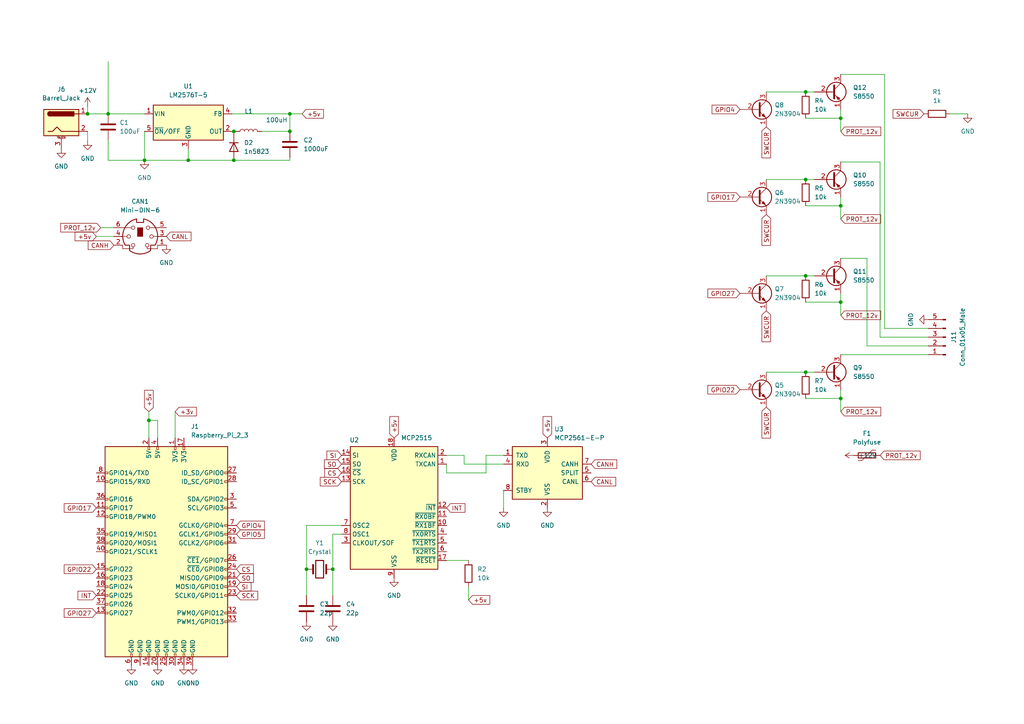
<source format=kicad_sch>
(kicad_sch (version 20211123) (generator eeschema)
  (paper "A4")
  (lib_symbols
    (symbol "Connector:Barrel_Jack_MountingPin" (pin_names hide)
      (property "Reference" "J6" (at 0 9.652 0))
      (property "Value" "Barrel_Jack" (at 0 7.112 0))
      (symbol "Barrel_Jack_MountingPin_0_1"
        (rectangle (start -5.08 3.81) (end 5.08 -3.81) (stroke (width 0.254)) (fill (type background)))
        (arc (start -3.302 3.175) (mid -3.937 2.54) (end -3.302 1.905) (stroke (width 0.254)))
        (arc (start -3.302 3.175) (mid -3.937 2.54) (end -3.302 1.905) (stroke (width 0.254)) (fill (type outline)))
        (polyline (pts (xy 5.08 2.54) (xy 3.81 2.54)) (stroke (width 0.254)))
        (polyline (pts (xy -3.81 -2.54) (xy -2.54 -2.54) (xy -1.27 -1.27) (xy 0 -2.54) (xy 2.54 -2.54) (xy 5.08 -2.54)) (stroke (width 0.254)))
        (rectangle (start 3.683 3.175) (end -3.302 1.905) (stroke (width 0.254)) (fill (type outline)))
      )
      (symbol "Barrel_Jack_MountingPin_1_1"
        (polyline (pts (xy -1.016 -4.572) (xy 1.016 -4.572)) (stroke (width 0.1524)))
        (text "Mounting" (at 0 -4.191 0) (effects (font (size 0.381 0.381))))
        (pin passive line (at 7.62 2.54 180) (length 2.54) (name "~") (number "1"))
        (pin passive line (at 7.62 -2.54 180) (length 2.54) (name "~") (number "2"))
        (pin passive line (at 0 -7.62 90) (length 3.048) (name "MountPin") (number "3"))
      )
    )
    (symbol "Connector:Conn_01x05_Male" (pin_names (offset 1.016) hide)
      (property "Reference" "J" (at 0 7.62 0))
      (property "Value" "Conn_01x05_Male" (at 0 -7.62 0))
      (symbol "Conn_01x05_Male_1_1"
        (polyline (pts (xy 1.27 -5.08) (xy 0.8636 -5.08)) (stroke (width 0.1524)))
        (polyline (pts (xy 1.27 -2.54) (xy 0.8636 -2.54)) (stroke (width 0.1524)))
        (polyline (pts (xy 1.27 0) (xy 0.8636 0)) (stroke (width 0.1524)))
        (polyline (pts (xy 1.27 2.54) (xy 0.8636 2.54)) (stroke (width 0.1524)))
        (polyline (pts (xy 1.27 5.08) (xy 0.8636 5.08)) (stroke (width 0.1524)))
        (rectangle (start 0.8636 -4.953) (end 0 -5.207) (stroke (width 0.1524)) (fill (type outline)))
        (rectangle (start 0.8636 -2.413) (end 0 -2.667) (stroke (width 0.1524)) (fill (type outline)))
        (rectangle (start 0.8636 0.127) (end 0 -0.127) (stroke (width 0.1524)) (fill (type outline)))
        (rectangle (start 0.8636 2.667) (end 0 2.413) (stroke (width 0.1524)) (fill (type outline)))
        (rectangle (start 0.8636 5.207) (end 0 4.953) (stroke (width 0.1524)) (fill (type outline)))
        (pin passive line (at 5.08 5.08 180) (length 3.81) (name "Pin_1") (number "1"))
        (pin passive line (at 5.08 2.54 180) (length 3.81) (name "Pin_2") (number "2"))
        (pin passive line (at 5.08 0 180) (length 3.81) (name "Pin_3") (number "3"))
        (pin passive line (at 5.08 -2.54 180) (length 3.81) (name "Pin_4") (number "4"))
        (pin passive line (at 5.08 -5.08 180) (length 3.81) (name "Pin_5") (number "5"))
      )
    )
    (symbol "Connector:Mini-DIN-6" (pin_names (offset 1.016))
      (property "Reference" "J" (at 0 6.35 0))
      (property "Value" "Mini-DIN-6" (at 0 -6.35 0))
      (symbol "Mini-DIN-6_0_1"
        (circle (center -3.302 0) (radius 0.508))
        (arc (start -3.048 -4.064) (mid 0 -5.08) (end 3.048 -4.064) (stroke (width 0.254)))
        (circle (center -2.032 -2.54) (radius 0.508))
        (circle (center -2.032 2.54) (radius 0.508))
        (arc (start -1.016 5.08) (mid -4.6243 2.1182) (end -4.318 -2.54) (stroke (width 0.254)))
        (rectangle (start -0.762 2.54) (end 0.762 0) (fill (type outline)))
        (polyline (pts (xy -3.81 0) (xy -5.08 0)))
        (polyline (pts (xy -2.54 2.54) (xy -5.08 2.54)))
        (polyline (pts (xy 2.794 2.54) (xy 5.08 2.54)))
        (polyline (pts (xy 5.08 0) (xy 3.81 0)))
        (polyline (pts (xy -4.318 -2.54) (xy -3.048 -2.54) (xy -3.048 -4.064)) (stroke (width 0.254)))
        (polyline (pts (xy 4.318 -2.54) (xy 3.048 -2.54) (xy 3.048 -4.064)) (stroke (width 0.254)))
        (polyline (pts (xy -2.032 -3.048) (xy -2.032 -3.556) (xy -5.08 -3.556) (xy -5.08 -2.54)))
        (polyline (pts (xy -1.016 5.08) (xy -1.016 4.064) (xy 1.016 4.064) (xy 1.016 5.08)) (stroke (width 0.254)))
        (polyline (pts (xy 2.032 -3.048) (xy 2.032 -3.556) (xy 5.08 -3.556) (xy 5.08 -2.54)))
        (circle (center 2.032 -2.54) (radius 0.508))
        (circle (center 2.286 2.54) (radius 0.508))
        (circle (center 3.302 0) (radius 0.508))
        (arc (start 4.318 -2.54) (mid 4.6646 2.1357) (end 1.016 5.08) (stroke (width 0.254)))
      )
      (symbol "Mini-DIN-6_1_1"
        (pin passive line (at 7.62 -2.54 180) (length 2.54) (name "~") (number "1"))
        (pin passive line (at -7.62 -2.54 0) (length 2.54) (name "~") (number "2"))
        (pin passive line (at 7.62 0 180) (length 2.54) (name "~") (number "3"))
        (pin passive line (at -7.62 0 0) (length 2.54) (name "~") (number "4"))
        (pin passive line (at 7.62 2.54 180) (length 2.54) (name "~") (number "5"))
        (pin passive line (at -7.62 2.54 0) (length 2.54) (name "~") (number "6"))
      )
    )
    (symbol "Connector:Raspberry_Pi_2_3" (pin_names (offset 1.016))
      (property "Reference" "J" (at -17.78 31.75 0))
      (property "Value" "Raspberry_Pi_2_3" (at 10.16 -31.75 0))
      (symbol "Raspberry_Pi_2_3_0_1"
        (rectangle (start -17.78 30.48) (end 17.78 -30.48) (stroke (width 0.254)) (fill (type background)))
      )
      (symbol "Raspberry_Pi_2_3_1_1"
        (rectangle (start -16.891 -17.526) (end -17.78 -18.034))
        (rectangle (start -16.891 -14.986) (end -17.78 -15.494))
        (rectangle (start -16.891 -12.446) (end -17.78 -12.954))
        (rectangle (start -16.891 -9.906) (end -17.78 -10.414))
        (rectangle (start -16.891 -7.366) (end -17.78 -7.874))
        (rectangle (start -16.891 -4.826) (end -17.78 -5.334))
        (rectangle (start -16.891 0.254) (end -17.78 -0.254))
        (rectangle (start -16.891 2.794) (end -17.78 2.286))
        (rectangle (start -16.891 5.334) (end -17.78 4.826))
        (rectangle (start -16.891 10.414) (end -17.78 9.906))
        (rectangle (start -16.891 12.954) (end -17.78 12.446))
        (rectangle (start -16.891 15.494) (end -17.78 14.986))
        (rectangle (start -16.891 20.574) (end -17.78 20.066))
        (rectangle (start -16.891 23.114) (end -17.78 22.606))
        (rectangle (start -10.414 -29.591) (end -9.906 -30.48))
        (rectangle (start -7.874 -29.591) (end -7.366 -30.48))
        (rectangle (start -5.334 -29.591) (end -4.826 -30.48))
        (rectangle (start -5.334 30.48) (end -4.826 29.591))
        (rectangle (start -2.794 -29.591) (end -2.286 -30.48))
        (rectangle (start -2.794 30.48) (end -2.286 29.591))
        (rectangle (start -0.254 -29.591) (end 0.254 -30.48))
        (rectangle (start 2.286 -29.591) (end 2.794 -30.48))
        (rectangle (start 2.286 30.48) (end 2.794 29.591))
        (rectangle (start 4.826 -29.591) (end 5.334 -30.48))
        (rectangle (start 4.826 30.48) (end 5.334 29.591))
        (rectangle (start 7.366 -29.591) (end 7.874 -30.48))
        (rectangle (start 17.78 -20.066) (end 16.891 -20.574))
        (rectangle (start 17.78 -17.526) (end 16.891 -18.034))
        (rectangle (start 17.78 -12.446) (end 16.891 -12.954))
        (rectangle (start 17.78 -9.906) (end 16.891 -10.414))
        (rectangle (start 17.78 -7.366) (end 16.891 -7.874))
        (rectangle (start 17.78 -4.826) (end 16.891 -5.334))
        (rectangle (start 17.78 -2.286) (end 16.891 -2.794))
        (rectangle (start 17.78 2.794) (end 16.891 2.286))
        (rectangle (start 17.78 5.334) (end 16.891 4.826))
        (rectangle (start 17.78 7.874) (end 16.891 7.366))
        (rectangle (start 17.78 12.954) (end 16.891 12.446))
        (rectangle (start 17.78 15.494) (end 16.891 14.986))
        (rectangle (start 17.78 20.574) (end 16.891 20.066))
        (rectangle (start 17.78 23.114) (end 16.891 22.606))
        (pin power_in line (at 2.54 33.02 270) (length 2.54) (name "3V3") (number "1"))
        (pin bidirectional line (at -20.32 20.32 0) (length 2.54) (name "GPIO15/RXD") (number "10"))
        (pin bidirectional line (at -20.32 12.7 0) (length 2.54) (name "GPIO17") (number "11"))
        (pin bidirectional line (at -20.32 10.16 0) (length 2.54) (name "GPIO18/PWM0") (number "12"))
        (pin bidirectional line (at -20.32 -17.78 0) (length 2.54) (name "GPIO27") (number "13"))
        (pin power_in line (at -5.08 -33.02 90) (length 2.54) (name "GND") (number "14"))
        (pin bidirectional line (at -20.32 -5.08 0) (length 2.54) (name "GPIO22") (number "15"))
        (pin bidirectional line (at -20.32 -7.62 0) (length 2.54) (name "GPIO23") (number "16"))
        (pin power_in line (at 5.08 33.02 270) (length 2.54) (name "3V3") (number "17"))
        (pin bidirectional line (at -20.32 -10.16 0) (length 2.54) (name "GPIO24") (number "18"))
        (pin bidirectional line (at 20.32 -10.16 180) (length 2.54) (name "MOSI0/GPIO10") (number "19"))
        (pin power_in line (at -5.08 33.02 270) (length 2.54) (name "5V") (number "2"))
        (pin power_in line (at -2.54 -33.02 90) (length 2.54) (name "GND") (number "20"))
        (pin bidirectional line (at 20.32 -7.62 180) (length 2.54) (name "MISO0/GPIO9") (number "21"))
        (pin bidirectional line (at -20.32 -12.7 0) (length 2.54) (name "GPIO25") (number "22"))
        (pin bidirectional line (at 20.32 -12.7 180) (length 2.54) (name "SCLK0/GPIO11") (number "23"))
        (pin bidirectional line (at 20.32 -5.08 180) (length 2.54) (name "~{CE0}/GPIO8") (number "24"))
        (pin power_in line (at 0 -33.02 90) (length 2.54) (name "GND") (number "25"))
        (pin bidirectional line (at 20.32 -2.54 180) (length 2.54) (name "~{CE1}/GPIO7") (number "26"))
        (pin bidirectional line (at 20.32 22.86 180) (length 2.54) (name "ID_SD/GPIO0") (number "27"))
        (pin bidirectional line (at 20.32 20.32 180) (length 2.54) (name "ID_SC/GPIO1") (number "28"))
        (pin bidirectional line (at 20.32 5.08 180) (length 2.54) (name "GCLK1/GPIO5") (number "29"))
        (pin bidirectional line (at 20.32 15.24 180) (length 2.54) (name "SDA/GPIO2") (number "3"))
        (pin power_in line (at 2.54 -33.02 90) (length 2.54) (name "GND") (number "30"))
        (pin bidirectional line (at 20.32 2.54 180) (length 2.54) (name "GCLK2/GPIO6") (number "31"))
        (pin bidirectional line (at 20.32 -17.78 180) (length 2.54) (name "PWM0/GPIO12") (number "32"))
        (pin bidirectional line (at 20.32 -20.32 180) (length 2.54) (name "PWM1/GPIO13") (number "33"))
        (pin power_in line (at 5.08 -33.02 90) (length 2.54) (name "GND") (number "34"))
        (pin bidirectional line (at -20.32 5.08 0) (length 2.54) (name "GPIO19/MISO1") (number "35"))
        (pin bidirectional line (at -20.32 15.24 0) (length 2.54) (name "GPIO16") (number "36"))
        (pin bidirectional line (at -20.32 -15.24 0) (length 2.54) (name "GPIO26") (number "37"))
        (pin bidirectional line (at -20.32 2.54 0) (length 2.54) (name "GPIO20/MOSI1") (number "38"))
        (pin power_in line (at 7.62 -33.02 90) (length 2.54) (name "GND") (number "39"))
        (pin power_in line (at -2.54 33.02 270) (length 2.54) (name "5V") (number "4"))
        (pin bidirectional line (at -20.32 0 0) (length 2.54) (name "GPIO21/SCLK1") (number "40"))
        (pin bidirectional line (at 20.32 12.7 180) (length 2.54) (name "SCL/GPIO3") (number "5"))
        (pin power_in line (at -10.16 -33.02 90) (length 2.54) (name "GND") (number "6"))
        (pin bidirectional line (at 20.32 7.62 180) (length 2.54) (name "GCLK0/GPIO4") (number "7"))
        (pin bidirectional line (at -20.32 22.86 0) (length 2.54) (name "GPIO14/TXD") (number "8"))
        (pin power_in line (at -7.62 -33.02 90) (length 2.54) (name "GND") (number "9"))
      )
    )
    (symbol "Custom:MCP2515"
      (property "Reference" "U" (at -10.16 19.685 0))
      (property "Value" "MCP2515-xSO" (at 19.05 20.32 0))
      (symbol "MCP2515_0_1"
        (rectangle (start -12.7 17.78) (end 12.7 -17.78) (stroke (width 0.254)) (fill (type background)))
      )
      (symbol "MCP2515_1_1"
        (pin output line (at 15.24 12.7 180) (length 2.54) (name "TXCAN") (number "1"))
        (pin output line (at 15.24 -5.08 180) (length 2.54) (name "~{RX1BF}") (number "10"))
        (pin output line (at 15.24 -2.54 180) (length 2.54) (name "~{RX0BF}") (number "11"))
        (pin output line (at 15.24 0 180) (length 2.54) (name "~{INT}") (number "12"))
        (pin input line (at -15.24 7.62 0) (length 2.54) (name "SCK") (number "13"))
        (pin input line (at -15.24 15.24 0) (length 2.54) (name "SI") (number "14"))
        (pin output line (at -15.24 12.7 0) (length 2.54) (name "SO") (number "15"))
        (pin input line (at -15.24 10.16 0) (length 2.54) (name "~{CS}") (number "16"))
        (pin input line (at 15.24 -15.24 180) (length 2.54) (name "~{RESET}") (number "17"))
        (pin power_in line (at 0 20.32 270) (length 2.54) (name "VDD") (number "18"))
        (pin input line (at 15.24 15.24 180) (length 2.54) (name "RXCAN") (number "2"))
        (pin output line (at -15.24 -10.16 0) (length 2.54) (name "CLKOUT/SOF") (number "3"))
        (pin input line (at 15.24 -7.62 180) (length 2.54) (name "~{TX0RTS}") (number "4"))
        (pin input line (at 15.24 -10.16 180) (length 2.54) (name "~{TX1RTS}") (number "5"))
        (pin input line (at 15.24 -12.7 180) (length 2.54) (name "~{TX2RTS}") (number "6"))
        (pin output line (at -15.24 -5.08 0) (length 2.54) (name "OSC2") (number "7"))
        (pin input line (at -15.24 -7.62 0) (length 2.54) (name "OSC1") (number "8"))
        (pin power_in line (at 0 -20.32 90) (length 2.54) (name "VSS") (number "9"))
      )
    )
    (symbol "Device:C" (pin_numbers hide) (pin_names (offset 0.254))
      (property "Reference" "C" (at 0.635 2.54 0))
      (property "Value" "C" (at 0.635 -2.54 0))
      (symbol "C_0_1"
        (polyline (pts (xy -2.032 -0.762) (xy 2.032 -0.762)) (stroke (width 0.508)))
        (polyline (pts (xy -2.032 0.762) (xy 2.032 0.762)) (stroke (width 0.508)))
      )
      (symbol "C_1_1"
        (pin passive line (at 0 3.81 270) (length 2.794) (name "~") (number "1"))
        (pin passive line (at 0 -3.81 90) (length 2.794) (name "~") (number "2"))
      )
    )
    (symbol "Device:Crystal" (pin_numbers hide) (pin_names (offset 1.016) hide)
      (property "Reference" "Y" (at 0 3.81 0))
      (property "Value" "Crystal" (at 0 -3.81 0))
      (symbol "Crystal_0_1"
        (rectangle (start -1.143 2.54) (end 1.143 -2.54) (stroke (width 0.3048)))
        (polyline (pts (xy -2.54 0) (xy -1.905 0)))
        (polyline (pts (xy -1.905 -1.27) (xy -1.905 1.27)) (stroke (width 0.508)))
        (polyline (pts (xy 1.905 -1.27) (xy 1.905 1.27)) (stroke (width 0.508)))
        (polyline (pts (xy 2.54 0) (xy 1.905 0)))
      )
      (symbol "Crystal_1_1"
        (pin passive line (at -3.81 0 0) (length 1.27) (name "1") (number "1"))
        (pin passive line (at 3.81 0 180) (length 1.27) (name "2") (number "2"))
      )
    )
    (symbol "Device:D" (pin_numbers hide) (pin_names (offset 1.016) hide)
      (property "Reference" "D" (at 0 2.54 0))
      (property "Value" "D" (at 0 -2.54 0))
      (symbol "D_0_1"
        (polyline (pts (xy -1.27 1.27) (xy -1.27 -1.27)) (stroke (width 0.254)))
        (polyline (pts (xy 1.27 0) (xy -1.27 0)))
        (polyline (pts (xy 1.27 1.27) (xy 1.27 -1.27) (xy -1.27 0) (xy 1.27 1.27)) (stroke (width 0.254)))
      )
      (symbol "D_1_1"
        (pin passive line (at -3.81 0 0) (length 2.54) (name "K") (number "1"))
        (pin passive line (at 3.81 0 180) (length 2.54) (name "A") (number "2"))
      )
    )
    (symbol "Device:L" (pin_numbers hide) (pin_names (offset 1.016) hide)
      (property "Reference" "L" (at -1.27 0 90))
      (property "Value" "L" (at 1.905 0 90))
      (symbol "L_0_1"
        (arc (start 0 -2.54) (mid 0.635 -1.905) (end 0 -1.27))
        (arc (start 0 -1.27) (mid 0.635 -0.635) (end 0 0))
        (arc (start 0 0) (mid 0.635 0.635) (end 0 1.27))
        (arc (start 0 1.27) (mid 0.635 1.905) (end 0 2.54))
      )
      (symbol "L_1_1"
        (pin passive line (at 0 3.81 270) (length 1.27) (name "1") (number "1"))
        (pin passive line (at 0 -3.81 90) (length 1.27) (name "2") (number "2"))
      )
    )
    (symbol "Device:Polyfuse" (pin_numbers hide) (pin_names (offset 0))
      (property "Reference" "F" (at -2.54 0 90))
      (property "Value" "Polyfuse" (at 2.54 0 90))
      (symbol "Polyfuse_0_1"
        (rectangle (start -0.762 2.54) (end 0.762 -2.54) (stroke (width 0.254)))
        (polyline (pts (xy 0 2.54) (xy 0 -2.54)))
        (polyline (pts (xy -1.524 2.54) (xy -1.524 1.524) (xy 1.524 -1.524) (xy 1.524 -2.54)))
      )
      (symbol "Polyfuse_1_1"
        (pin passive line (at 0 3.81 270) (length 1.27) (name "~") (number "1"))
        (pin passive line (at 0 -3.81 90) (length 1.27) (name "~") (number "2"))
      )
    )
    (symbol "Device:R" (pin_numbers hide) (pin_names (offset 0))
      (property "Reference" "R" (at 2.032 0 90))
      (property "Value" "R" (at 0 0 90))
      (symbol "R_0_1"
        (rectangle (start -1.016 -2.54) (end 1.016 2.54) (stroke (width 0.254)))
      )
      (symbol "R_1_1"
        (pin passive line (at 0 3.81 270) (length 1.27) (name "~") (number "1"))
        (pin passive line (at 0 -3.81 90) (length 1.27) (name "~") (number "2"))
      )
    )
    (symbol "Interface_CAN_LIN:MCP2561-E-P" (pin_names (offset 1.016))
      (property "Reference" "U" (at -10.16 8.89 0))
      (property "Value" "MCP2561-E-P" (at 2.54 8.89 0))
      (symbol "MCP2561-E-P_0_1"
        (rectangle (start -10.16 7.62) (end 10.16 -7.62) (stroke (width 0.254)) (fill (type background)))
      )
      (symbol "MCP2561-E-P_1_1"
        (pin input line (at -12.7 5.08 0) (length 2.54) (name "TXD") (number "1"))
        (pin power_in line (at 0 -10.16 90) (length 2.54) (name "VSS") (number "2"))
        (pin power_in line (at 0 10.16 270) (length 2.54) (name "VDD") (number "3"))
        (pin output line (at -12.7 2.54 0) (length 2.54) (name "RXD") (number "4"))
        (pin passive line (at 12.7 0 180) (length 2.54) (name "SPLIT") (number "5"))
        (pin bidirectional line (at 12.7 -2.54 180) (length 2.54) (name "CANL") (number "6"))
        (pin bidirectional line (at 12.7 2.54 180) (length 2.54) (name "CANH") (number "7"))
        (pin input line (at -12.7 -5.08 0) (length 2.54) (name "STBY") (number "8"))
      )
    )
    (symbol "Regulator_Switching:LM2576T-5" (pin_names (offset 0.254))
      (property "Reference" "U" (at -10.16 6.35 0))
      (property "Value" "LM2576T-5" (at 0 6.35 0))
      (symbol "LM2576T-5_0_1"
        (rectangle (start -10.16 5.08) (end 10.16 -5.08) (stroke (width 0.254)) (fill (type background)))
      )
      (symbol "LM2576T-5_1_1"
        (pin power_in line (at -12.7 2.54 0) (length 2.54) (name "VIN") (number "1"))
        (pin output line (at 12.7 -2.54 180) (length 2.54) (name "OUT") (number "2"))
        (pin power_in line (at 0 -7.62 90) (length 2.54) (name "GND") (number "3"))
        (pin input line (at 12.7 2.54 180) (length 2.54) (name "FB") (number "4"))
        (pin input line (at -12.7 -2.54 0) (length 2.54) (name "~{ON}/OFF") (number "5"))
      )
    )
    (symbol "Transistor_BJT:2N3904" (pin_names (offset 0) hide)
      (property "Reference" "Q" (at 5.08 1.905 0))
      (property "Value" "2N3904" (at 5.08 0 0))
      (symbol "2N3904_0_1"
        (polyline (pts (xy 0.635 0.635) (xy 2.54 2.54)))
        (polyline (pts (xy 0.635 -0.635) (xy 2.54 -2.54) (xy 2.54 -2.54)))
        (polyline (pts (xy 0.635 1.905) (xy 0.635 -1.905) (xy 0.635 -1.905)) (stroke (width 0.508)))
        (polyline (pts (xy 1.27 -1.778) (xy 1.778 -1.27) (xy 2.286 -2.286) (xy 1.27 -1.778) (xy 1.27 -1.778)) (fill (type outline)))
        (circle (center 1.27 0) (radius 2.8194) (stroke (width 0.254)))
      )
      (symbol "2N3904_1_1"
        (pin passive line (at 2.54 -5.08 90) (length 2.54) (name "E") (number "1"))
        (pin passive line (at -5.08 0 0) (length 5.715) (name "B") (number "2"))
        (pin passive line (at 2.54 5.08 270) (length 2.54) (name "C") (number "3"))
      )
    )
    (symbol "Transistor_BJT:S8550" (pin_names (offset 0) hide)
      (property "Reference" "Q" (at 5.08 1.905 0))
      (property "Value" "S8550" (at 5.08 0 0))
      (symbol "S8550_0_1"
        (polyline (pts (xy 0 0) (xy 0.635 0)))
        (polyline (pts (xy 2.54 -2.54) (xy 0.635 -0.635)))
        (polyline (pts (xy 2.54 2.54) (xy 0.635 0.635)))
        (polyline (pts (xy 0.635 1.905) (xy 0.635 -1.905) (xy 0.635 -1.905)) (stroke (width 0.508)) (fill (type outline)))
        (polyline (pts (xy 1.778 -2.286) (xy 2.286 -1.778) (xy 1.27 -1.27) (xy 1.778 -2.286) (xy 1.778 -2.286)) (fill (type outline)))
        (circle (center 1.27 0) (radius 2.8194) (stroke (width 0.254)))
      )
      (symbol "S8550_1_1"
        (pin passive line (at 2.54 -5.08 90) (length 2.54) (name "E") (number "1"))
        (pin input line (at -5.08 0 0) (length 5.08) (name "B") (number "2"))
        (pin passive line (at 2.54 5.08 270) (length 2.54) (name "C") (number "3"))
      )
    )
    (symbol "power:+12V" (power) (pin_names (offset 0))
      (property "Value" "+12V" (at 0 3.556 0))
      (symbol "+12V_0_1"
        (polyline (pts (xy -0.762 1.27) (xy 0 2.54)))
        (polyline (pts (xy 0 0) (xy 0 2.54)))
        (polyline (pts (xy 0 2.54) (xy 0.762 1.27)))
      )
      (symbol "+12V_1_1"
        (pin power_in line (at 0 0 90) (length 0) hide (name "+12V") (number "1"))
      )
    )
    (symbol "power:GND" (power) (pin_names (offset 0))
      (property "Value" "GND" (at 0 -3.81 0))
      (symbol "GND_0_1"
        (polyline (pts (xy 0 0) (xy 0 -1.27) (xy 1.27 -1.27) (xy 0 -2.54) (xy -1.27 -1.27) (xy 0 -1.27)))
      )
      (symbol "GND_1_1"
        (pin power_in line (at 0 0 270) (length 0) hide (name "GND") (number "1"))
      )
    )
  )
  (junction (at 96.52 165.1))
  (junction (at 54.61 46.482))
  (junction (at 233.68 26.67))
  (junction (at 243.84 34.29))
  (junction (at 243.84 59.69))
  (junction (at 67.818 38.1))
  (junction (at 243.84 115.57))
  (junction (at 84.074 38.1))
  (junction (at 233.68 107.95))
  (junction (at 88.9 165.1))
  (junction (at 67.818 46.482))
  (junction (at 233.68 80.01))
  (junction (at 233.68 52.07))
  (junction (at 25.4 33.02))
  (junction (at 243.84 87.63))
  (junction (at 84.074 33.02))
  (junction (at 41.91 46.482))
  (junction (at 43.18 121.92))
  (junction (at 31.369 33.02))
  (wire (pts (xy 243.84 87.63) (xy 243.84 85.09)))
  (wire (pts (xy 233.68 34.29) (xy 243.84 34.29)))
  (wire (pts (xy 243.84 115.57) (xy 243.84 113.03)))
  (wire (pts (xy 134.62 134.62) (xy 146.05 134.62)))
  (wire (pts (xy 222.25 26.67) (xy 233.68 26.67)))
  (wire (pts (xy 88.9 165.1) (xy 88.9 172.72)))
  (wire (pts (xy 67.818 38.1) (xy 67.818 38.862)))
  (wire (pts (xy 129.54 132.08) (xy 134.62 132.08)))
  (wire (pts (xy 243.84 102.87) (xy 269.24 102.87)))
  (wire (pts (xy 45.72 121.92) (xy 43.18 121.92)))
  (wire (pts (xy 29.21 66.04) (xy 33.02 66.04)))
  (wire (pts (xy 88.9 152.4) (xy 88.9 165.1)))
  (wire (pts (xy 233.68 115.57) (xy 243.84 115.57)))
  (wire (pts (xy 269.24 95.25) (xy 256.54 95.25)))
  (wire (pts (xy 31.369 46.482) (xy 41.91 46.482)))
  (wire (pts (xy 233.68 107.95) (xy 236.22 107.95)))
  (wire (pts (xy 233.68 80.01) (xy 236.22 80.01)))
  (wire (pts (xy 41.91 46.482) (xy 54.61 46.482)))
  (wire (pts (xy 146.05 132.08) (xy 140.97 132.08)))
  (wire (pts (xy 140.97 132.08) (xy 140.97 137.16)))
  (wire (pts (xy 84.074 45.72) (xy 84.074 46.482)))
  (wire (pts (xy 251.46 74.93) (xy 251.46 100.33)))
  (wire (pts (xy 43.18 121.92) (xy 43.18 127)))
  (wire (pts (xy 41.91 38.1) (xy 41.91 46.482)))
  (wire (pts (xy 67.31 38.1) (xy 67.818 38.1)))
  (wire (pts (xy 54.61 46.482) (xy 67.818 46.482)))
  (wire (pts (xy 99.06 152.4) (xy 88.9 152.4)))
  (wire (pts (xy 233.68 26.67) (xy 236.22 26.67)))
  (wire (pts (xy 84.074 33.02) (xy 84.074 38.1)))
  (wire (pts (xy 222.25 80.01) (xy 233.68 80.01)))
  (wire (pts (xy 233.68 52.07) (xy 236.22 52.07)))
  (wire (pts (xy 31.369 33.02) (xy 41.91 33.02)))
  (wire (pts (xy 243.84 59.69) (xy 243.84 57.15)))
  (wire (pts (xy 135.89 170.18) (xy 135.89 173.99)))
  (wire (pts (xy 243.84 46.99) (xy 255.251 46.99)))
  (wire (pts (xy 50.8 119.38) (xy 50.8 127)))
  (wire (pts (xy 256.54 95.25) (xy 256.54 21.59)))
  (wire (pts (xy 134.62 132.08) (xy 134.62 134.62)))
  (wire (pts (xy 84.074 46.482) (xy 67.818 46.482)))
  (wire (pts (xy 129.54 162.56) (xy 135.89 162.56)))
  (wire (pts (xy 243.84 74.93) (xy 251.46 74.93)))
  (wire (pts (xy 25.4 33.02) (xy 31.369 33.02)))
  (wire (pts (xy 31.369 40.64) (xy 31.369 46.482)))
  (wire (pts (xy 25.4 38.1) (xy 25.4 40.894)))
  (wire (pts (xy 84.074 33.02) (xy 87.63 33.02)))
  (wire (pts (xy 96.52 165.1) (xy 96.52 172.72)))
  (wire (pts (xy 129.54 137.16) (xy 129.54 134.62)))
  (wire (pts (xy 243.84 34.29) (xy 243.84 38.1)))
  (wire (pts (xy 233.68 59.69) (xy 243.84 59.69)))
  (wire (pts (xy 256.54 21.59) (xy 243.84 21.59)))
  (wire (pts (xy 96.52 154.94) (xy 96.52 165.1)))
  (wire (pts (xy 243.84 31.75) (xy 243.84 34.29)))
  (wire (pts (xy 255.251 97.79) (xy 269.24 97.79)))
  (wire (pts (xy 233.68 87.63) (xy 243.84 87.63)))
  (wire (pts (xy 275.59 33.02) (xy 280.67 33.02)))
  (wire (pts (xy 27.94 68.58) (xy 33.02 68.58)))
  (wire (pts (xy 45.72 127) (xy 45.72 121.92)))
  (wire (pts (xy 222.25 107.95) (xy 233.68 107.95)))
  (wire (pts (xy 255.251 46.99) (xy 255.251 97.79)))
  (wire (pts (xy 54.61 43.18) (xy 54.61 46.482)))
  (wire (pts (xy 84.074 38.1) (xy 75.946 38.1)))
  (wire (pts (xy 31.369 17.907) (xy 31.369 33.02)))
  (wire (pts (xy 243.84 63.5) (xy 243.84 59.69)))
  (wire (pts (xy 43.18 119.38) (xy 43.18 121.92)))
  (wire (pts (xy 140.97 137.16) (xy 129.54 137.16)))
  (wire (pts (xy 222.25 52.07) (xy 233.68 52.07)))
  (wire (pts (xy 146.05 142.24) (xy 146.05 147.32)))
  (wire (pts (xy 67.818 38.1) (xy 68.326 38.1)))
  (wire (pts (xy 25.4 30.861) (xy 25.4 33.02)))
  (wire (pts (xy 243.84 119.38) (xy 243.84 115.57)))
  (wire (pts (xy 251.46 100.33) (xy 269.24 100.33)))
  (wire (pts (xy 99.06 154.94) (xy 96.52 154.94)))
  (wire (pts (xy 67.31 33.02) (xy 84.074 33.02)))
  (wire (pts (xy 243.84 91.44) (xy 243.84 87.63)))
  (global_label "SO" (shape input) (at 68.58 167.64 0) (property "Intersheet References" "${INTERSHEET_REFS}" (effects hide)))
  (global_label "SWCUR" (shape input) (at 222.25 90.17 270) (property "Intersheet References" "${INTERSHEET_REFS}" (effects hide)))
  (global_label "PROT_12v" (shape input) (at 243.84 38.1 0) (property "Intersheet References" "${INTERSHEET_REFS}" (effects hide)))
  (global_label "PROT_12v" (shape input) (at 243.84 119.38 0) (property "Intersheet References" "${INTERSHEET_REFS}" (effects hide)))
  (global_label "GPIO22" (shape input) (at 27.94 165.1 180) (property "Intersheet References" "${INTERSHEET_REFS}" (effects hide)))
  (global_label "GPIO27" (shape input) (at 214.63 85.09 180) (property "Intersheet References" "${INTERSHEET_REFS}" (effects hide)))
  (global_label "+5v" (shape input) (at 158.75 127 90) (property "Intersheet References" "${INTERSHEET_REFS}" (effects hide)))
  (global_label "GPIO5" (shape input) (at 68.58 154.94 0) (property "Intersheet References" "${INTERSHEET_REFS}" (effects hide)))
  (global_label "CANL" (shape input) (at 48.26 68.58 0) (property "Intersheet References" "${INTERSHEET_REFS}" (effects hide)))
  (global_label "SCK" (shape input) (at 68.58 172.72 0) (property "Intersheet References" "${INTERSHEET_REFS}" (effects hide)))
  (global_label "INT" (shape input) (at 27.94 172.72 180) (property "Intersheet References" "${INTERSHEET_REFS}" (effects hide)))
  (global_label "+3v" (shape input) (at 50.8 119.38 0) (property "Intersheet References" "${INTERSHEET_REFS}" (effects hide)))
  (global_label "CANL" (shape input) (at 171.45 139.7 0) (property "Intersheet References" "${INTERSHEET_REFS}" (effects hide)))
  (global_label "+5v" (shape input) (at 114.3 127 90) (property "Intersheet References" "${INTERSHEET_REFS}" (effects hide)))
  (global_label "+5v" (shape input) (at 27.94 68.58 180) (property "Intersheet References" "${INTERSHEET_REFS}" (effects hide)))
  (global_label "PROT_12v" (shape input) (at 255.27 132.08 0) (property "Intersheet References" "${INTERSHEET_REFS}" (effects hide)))
  (global_label "SO" (shape input) (at 99.06 134.62 180) (property "Intersheet References" "${INTERSHEET_REFS}" (effects hide)))
  (global_label "SCK" (shape input) (at 99.06 139.7 180) (property "Intersheet References" "${INTERSHEET_REFS}" (effects hide)))
  (global_label "PROT_12v" (shape input) (at 243.84 63.5 0) (property "Intersheet References" "${INTERSHEET_REFS}" (effects hide)))
  (global_label "CANH" (shape input) (at 171.45 134.62 0) (property "Intersheet References" "${INTERSHEET_REFS}" (effects hide)))
  (global_label "GPIO22" (shape input) (at 214.63 113.03 180) (property "Intersheet References" "${INTERSHEET_REFS}" (effects hide)))
  (global_label "PROT_12v" (shape input) (at 29.21 66.04 180) (property "Intersheet References" "${INTERSHEET_REFS}" (effects hide)))
  (global_label "CS" (shape input) (at 68.58 165.1 0) (property "Intersheet References" "${INTERSHEET_REFS}" (effects hide)))
  (global_label "+5v" (shape input) (at 43.18 119.38 90) (property "Intersheet References" "${INTERSHEET_REFS}" (effects hide)))
  (global_label "SWCUR" (shape input) (at 267.97 33.02 180) (property "Intersheet References" "${INTERSHEET_REFS}" (effects hide)))
  (global_label "SI" (shape input) (at 68.58 170.18 0) (property "Intersheet References" "${INTERSHEET_REFS}" (effects hide)))
  (global_label "CANH" (shape input) (at 33.02 71.12 180) (property "Intersheet References" "${INTERSHEET_REFS}" (effects hide)))
  (global_label "+5v" (shape input) (at 87.63 33.02 0) (property "Intersheet References" "${INTERSHEET_REFS}" (effects hide)))
  (global_label "GPIO27" (shape input) (at 27.94 177.8 180) (property "Intersheet References" "${INTERSHEET_REFS}" (effects hide)))
  (global_label "SWCUR" (shape input) (at 222.25 62.23 270) (property "Intersheet References" "${INTERSHEET_REFS}" (effects hide)))
  (global_label "+5v" (shape input) (at 135.89 173.99 0) (property "Intersheet References" "${INTERSHEET_REFS}" (effects hide)))
  (global_label "GPIO17" (shape input) (at 214.63 57.15 180) (property "Intersheet References" "${INTERSHEET_REFS}" (effects hide)))
  (global_label "PROT_12v" (shape input) (at 243.84 91.44 0) (property "Intersheet References" "${INTERSHEET_REFS}" (effects hide)))
  (global_label "GPIO17" (shape input) (at 27.94 147.32 180) (property "Intersheet References" "${INTERSHEET_REFS}" (effects hide)))
  (global_label "SWCUR" (shape input) (at 222.25 118.11 270) (property "Intersheet References" "${INTERSHEET_REFS}" (effects hide)))
  (global_label "GPIO4" (shape input) (at 214.63 31.75 180) (property "Intersheet References" "${INTERSHEET_REFS}" (effects hide)))
  (global_label "SWCUR" (shape input) (at 222.25 36.83 270) (property "Intersheet References" "${INTERSHEET_REFS}" (effects hide)))
  (global_label "INT" (shape input) (at 129.54 147.32 0) (property "Intersheet References" "${INTERSHEET_REFS}" (effects hide)))
  (global_label "GPIO4" (shape input) (at 68.58 152.4 0) (property "Intersheet References" "${INTERSHEET_REFS}" (effects hide)))
  (global_label "SI" (shape input) (at 99.06 132.08 180) (property "Intersheet References" "${INTERSHEET_REFS}" (effects hide)))
  (global_label "CS" (shape input) (at 99.06 137.16 180) (property "Intersheet References" "${INTERSHEET_REFS}" (effects hide)))
  (symbol (lib_id "Transistor_BJT:S8550") (at 241.3 26.67 0) (unit 1)
    (property "Reference" "Q12" (at 247.396 25.3999 0) (effects (justify left)))
    (property "Value" "S8550" (at 247.396 27.9399 0) (effects (justify left)))
    (property "Footprint" "Package_TO_SOT_THT:TO-92_Inline" (effects hide))
    (property "Datasheet" "http://www.unisonic.com.tw/datasheet/S8550.pdf" (effects hide))
  )
  (symbol (lib_id "Connector:Barrel_Jack_MountingPin") (at 17.78 35.56 0) (unit 1)
    (property "Reference" "J6" (at 17.78 25.908 0))
    (property "Value" "Barrel_Jack" (at 17.78 28.448 0))
    (property "Footprint" "Connector_BarrelJack:BarrelJack_CUI_PJ-102AH_Horizontal" (effects hide))
  )
  (symbol (lib_id "power:GND") (at 146.05 147.32 0) (unit 1)
    (property "Reference" "#PWR013" (effects hide))
    (property "Value" "GND" (at 146.05 152.4 0))
  )
  (symbol (lib_id "power:GND") (at 88.9 180.34 0) (unit 1)
    (property "Reference" "#PWR010" (effects hide))
    (property "Value" "GND" (at 88.9 185.42 0))
  )
  (symbol (lib_id "power:GND") (at 17.78 43.18 0) (unit 1)
    (property "Reference" "#PWR0108" (effects hide))
    (property "Value" "GND" (at 17.78 48.26 0))
  )
  (symbol (lib_id "Connector:Mini-DIN-6") (at 40.64 68.58 0) (unit 1)
    (property "Reference" "CAN1" (at 40.6577 58.42 0))
    (property "Value" "Mini-DIN-6" (at 40.6577 60.96 0))
    (property "Footprint" "Footprints:Connector_MiniDIN_6" (effects hide))
    (property "Datasheet" "http://service.powerdynamics.com/ec/Catalog17/Section%2011.pdf" (effects hide))
  )
  (symbol (lib_id "power:GND") (at 280.67 33.02 0) (unit 1)
    (property "Reference" "#PWR0106" (effects hide))
    (property "Value" "GND" (at 280.67 38.1 0))
  )
  (symbol (lib_id "power:GND") (at 45.72 193.04 0) (unit 1)
    (property "Reference" "#PWR0114" (effects hide))
    (property "Value" "GND" (at 45.72 198.12 0))
  )
  (symbol (lib_id "Device:L") (at 72.136 38.1 90) (unit 1)
    (property "Reference" "L1" (at 72.136 32.258 90))
    (property "Value" "100uH" (at 80.264 34.798 90))
    (property "Footprint" "Inductor_THT:L_Radial_D12.0mm_P10.00mm_Neosid_SD12_style1" (effects hide))
  )
  (symbol (lib_id "Device:R") (at 233.68 30.48 0) (unit 1)
    (property "Reference" "R4" (at 236.22 29.2099 0) (effects (justify left)))
    (property "Value" "10k" (at 236.22 31.7499 0) (effects (justify left)))
    (property "Footprint" "Resistor_THT:R_Axial_DIN0204_L3.6mm_D1.6mm_P7.62mm_Horizontal" (effects hide))
  )
  (symbol (lib_id "Transistor_BJT:2N3904") (at 219.71 113.03 0) (unit 1)
    (property "Reference" "Q5" (at 224.663 111.7599 0) (effects (justify left)))
    (property "Value" "2N3904" (at 224.663 114.2999 0) (effects (justify left)))
    (property "Footprint" "Package_TO_SOT_THT:TO-92_Inline" (effects hide))
    (property "Datasheet" "https://www.onsemi.com/pub/Collateral/2N3903-D.PDF" (effects hide))
  )
  (symbol (lib_id "Device:C") (at 96.52 176.53 0) (unit 1)
    (property "Reference" "C4" (at 100.33 175.2599 0) (effects (justify left)))
    (property "Value" "22p" (at 100.33 177.7999 0) (effects (justify left)))
    (property "Footprint" "Capacitor_THT:CP_Radial_Tantal_D4.5mm_P2.50mm" (effects hide))
  )
  (symbol (lib_id "power:GND") (at 114.3 167.64 0) (unit 1)
    (property "Reference" "#PWR012" (effects hide))
    (property "Value" "GND" (at 114.3 172.72 0))
  )
  (symbol (lib_id "Device:R") (at 233.68 83.82 0) (unit 1)
    (property "Reference" "R6" (at 236.22 82.5499 0) (effects (justify left)))
    (property "Value" "10k" (at 236.22 85.0899 0) (effects (justify left)))
    (property "Footprint" "Resistor_THT:R_Axial_DIN0204_L3.6mm_D1.6mm_P7.62mm_Horizontal" (effects hide))
  )
  (symbol (lib_id "power:GND") (at 38.1 193.04 0) (unit 1)
    (property "Reference" "#PWR0102" (effects hide))
    (property "Value" "GND" (at 38.1 198.12 0))
  )
  (symbol (lib_id "Device:Crystal") (at 92.71 165.1 180) (unit 1)
    (property "Reference" "Y1" (at 92.71 157.48 0))
    (property "Value" "Crystal" (at 92.71 160.02 0))
    (property "Footprint" "Crystal:Crystal_HC49-U_Vertical" (effects hide))
  )
  (symbol (lib_id "Device:C") (at 31.369 36.83 0) (unit 1)
    (property "Reference" "C1" (at 34.671 35.5599 0) (effects (justify left)))
    (property "Value" "100uF" (at 34.671 38.0999 0) (effects (justify left)))
    (property "Footprint" "Capacitor_THT:CP_Radial_D5.0mm_P2.50mm" (effects hide))
  )
  (symbol (lib_id "power:GND") (at 41.91 46.482 0) (unit 1)
    (property "Reference" "#PWR0111" (effects hide))
    (property "Value" "GND" (at 41.91 51.562 0))
  )
  (symbol (lib_id "Custom:MCP2515") (at 114.3 147.32 0) (unit 1)
    (property "Reference" "U2" (at 104.14 127.635 0) (effects (justify right)))
    (property "Value" "MCP2515" (at 116.3194 127 0) (effects (justify left)))
    (property "Footprint" "Package_DIP:DIP-18_W7.62mm_LongPads" (effects hide))
    (property "Datasheet" "https://ww1.microchip.com/downloads/en/DeviceDoc/MCP2515-Stand-Alone-CAN-Controller-with-SPI-20001801J.pdf" (effects hide))
  )
  (symbol (lib_id "power:GND") (at 96.52 180.34 0) (unit 1)
    (property "Reference" "#PWR011" (effects hide))
    (property "Value" "GND" (at 96.52 185.42 0))
  )
  (symbol (lib_id "power:GND") (at 48.26 71.12 0) (unit 1)
    (property "Reference" "#PWR05" (effects hide))
    (property "Value" "GND" (at 48.26 76.2 0))
  )
  (symbol (lib_id "Device:C") (at 88.9 176.53 0) (unit 1)
    (property "Reference" "C3" (at 92.71 175.2599 0) (effects (justify left)))
    (property "Value" "22p" (at 92.71 177.7999 0) (effects (justify left)))
    (property "Footprint" "Capacitor_THT:CP_Radial_Tantal_D4.5mm_P2.50mm" (effects hide))
  )
  (symbol (lib_id "Regulator_Switching:LM2576T-5") (at 54.61 35.56 0) (unit 1)
    (property "Reference" "U1" (at 54.61 25.019 0))
    (property "Value" "LM2576T-5" (at 54.61 27.559 0))
    (property "Footprint" "Package_TO_SOT_THT:TO-220-5_Vertical" (effects hide))
    (property "Datasheet" "http://www.ti.com/lit/ds/symlink/lm2576.pdf" (effects hide))
  )
  (symbol (lib_id "Transistor_BJT:S8550") (at 241.3 52.07 0) (unit 1)
    (property "Reference" "Q10" (at 247.396 50.7999 0) (effects (justify left)))
    (property "Value" "S8550" (at 247.396 53.3399 0) (effects (justify left)))
    (property "Footprint" "Package_TO_SOT_THT:TO-92_Inline" (effects hide))
    (property "Datasheet" "http://www.unisonic.com.tw/datasheet/S8550.pdf" (effects hide))
  )
  (symbol (lib_id "Connector:Raspberry_Pi_2_3") (at 48.26 160.02 0) (unit 1)
    (property "Reference" "J1" (at 55.3594 123.698 0) (effects (justify left)))
    (property "Value" "Raspberry_Pi_2_3" (at 55.3594 126.238 0) (effects (justify left)))
    (property "Footprint" "Connector_PinHeader_2.54mm:PinHeader_2x20_P2.54mm_Vertical" (effects hide))
    (property "Datasheet" "https://www.raspberrypi.org/documentation/hardware/raspberrypi/schematics/rpi_SCH_3bplus_1p0_reduced.pdf" (effects hide))
  )
  (symbol (lib_id "Device:D") (at 67.818 42.672 270) (unit 1)
    (property "Reference" "D2" (at 70.739 41.4019 90) (effects (justify left)))
    (property "Value" "1n5823" (at 70.739 43.9419 90) (effects (justify left)))
    (property "Footprint" "Diode_THT:D_DO-201AD_P5.08mm_Vertical_KathodeUp" (effects hide))
  )
  (symbol (lib_id "power:GND") (at 55.88 193.04 0) (unit 1)
    (property "Reference" "#PWR0109" (effects hide))
    (property "Value" "GND" (at 55.88 198.12 0))
  )
  (symbol (lib_id "Transistor_BJT:2N3904") (at 219.71 57.15 0) (unit 1)
    (property "Reference" "Q6" (at 224.663 55.8799 0) (effects (justify left)))
    (property "Value" "2N3904" (at 224.663 58.4199 0) (effects (justify left)))
    (property "Footprint" "Package_TO_SOT_THT:TO-92_Inline" (effects hide))
    (property "Datasheet" "https://www.onsemi.com/pub/Collateral/2N3903-D.PDF" (effects hide))
  )
  (symbol (lib_id "Transistor_BJT:S8550") (at 241.3 80.01 0) (unit 1)
    (property "Reference" "Q11" (at 247.396 78.7399 0) (effects (justify left)))
    (property "Value" "S8550" (at 247.396 81.2799 0) (effects (justify left)))
    (property "Footprint" "Package_TO_SOT_THT:TO-92_Inline" (effects hide))
    (property "Datasheet" "http://www.unisonic.com.tw/datasheet/S8550.pdf" (effects hide))
  )
  (symbol (lib_id "Device:C") (at 84.074 41.91 0) (unit 1)
    (property "Reference" "C2" (at 88.011 40.6399 0) (effects (justify left)))
    (property "Value" "1000uF" (at 88.011 43.1799 0) (effects (justify left)))
    (property "Footprint" "Capacitor_THT:CP_Radial_D8.0mm_P2.50mm" (effects hide))
  )
  (symbol (lib_id "Device:R") (at 233.68 55.88 0) (unit 1)
    (property "Reference" "R5" (at 236.22 54.6099 0) (effects (justify left)))
    (property "Value" "10k" (at 236.22 57.1499 0) (effects (justify left)))
    (property "Footprint" "Resistor_THT:R_Axial_DIN0204_L3.6mm_D1.6mm_P7.62mm_Horizontal" (effects hide))
  )
  (symbol (lib_id "power:GND") (at 53.34 193.04 0) (unit 1)
    (property "Reference" "#PWR0113" (effects hide))
    (property "Value" "GND" (at 53.34 198.12 0))
  )
  (symbol (lib_id "Transistor_BJT:S8550") (at 241.3 107.95 0) (unit 1)
    (property "Reference" "Q9" (at 247.396 106.6799 0) (effects (justify left)))
    (property "Value" "S8550" (at 247.396 109.2199 0) (effects (justify left)))
    (property "Footprint" "Package_TO_SOT_THT:TO-92_Inline" (effects hide))
    (property "Datasheet" "http://www.unisonic.com.tw/datasheet/S8550.pdf" (effects hide))
  )
  (symbol (lib_id "Interface_CAN_LIN:MCP2561-E-P") (at 158.75 137.16 0) (unit 1)
    (property "Reference" "U3" (at 160.7694 124.46 0) (effects (justify left)))
    (property "Value" "MCP2561-E-P" (at 160.7694 127 0) (effects (justify left)))
    (property "Footprint" "Package_DIP:DIP-8_W7.62mm" (effects hide))
    (property "Datasheet" "http://ww1.microchip.com/downloads/en/DeviceDoc/25167A.pdf" (effects hide))
  )
  (symbol (lib_id "power:+12V") (at 247.65 132.08 90) (unit 1)
    (property "Reference" "#PWR0107" (effects hide))
    (property "Value" "+12V" (at 248.92 132.0799 90) (effects (justify right)))
  )
  (symbol (lib_id "power:GND") (at 25.4 40.894 0) (unit 1)
    (property "Reference" "#PWR0103" (effects hide))
    (property "Value" "GND" (at 25.4 45.974 0))
  )
  (symbol (lib_id "Device:R") (at 271.78 33.02 90) (unit 1)
    (property "Reference" "R1" (at 271.78 26.67 90))
    (property "Value" "1k" (at 271.78 29.21 90))
    (property "Footprint" "Resistor_THT:R_Axial_DIN0204_L3.6mm_D1.6mm_P7.62mm_Horizontal" (effects hide))
  )
  (symbol (lib_id "power:GND") (at 158.75 147.32 0) (unit 1)
    (property "Reference" "#PWR014" (effects hide))
    (property "Value" "GND" (at 158.75 152.4 0))
  )
  (symbol (lib_id "Transistor_BJT:2N3904") (at 219.71 85.09 0) (unit 1)
    (property "Reference" "Q7" (at 224.663 83.8199 0) (effects (justify left)))
    (property "Value" "2N3904" (at 224.663 86.3599 0) (effects (justify left)))
    (property "Footprint" "Package_TO_SOT_THT:TO-92_Inline" (effects hide))
    (property "Datasheet" "https://www.onsemi.com/pub/Collateral/2N3903-D.PDF" (effects hide))
  )
  (symbol (lib_id "power:+12V") (at 25.4 30.861 0) (unit 1)
    (property "Reference" "#PWR0101" (effects hide))
    (property "Value" "+12V" (at 25.4 26.289 0))
  )
  (symbol (lib_id "Device:R") (at 233.68 111.76 0) (unit 1)
    (property "Reference" "R7" (at 236.22 110.4899 0) (effects (justify left)))
    (property "Value" "10k" (at 236.22 113.0299 0) (effects (justify left)))
    (property "Footprint" "Resistor_THT:R_Axial_DIN0204_L3.6mm_D1.6mm_P7.62mm_Horizontal" (effects hide))
  )
  (symbol (lib_id "Device:Polyfuse") (at 251.46 132.08 90) (unit 1)
    (property "Reference" "F1" (at 251.46 125.73 90))
    (property "Value" "Polyfuse" (at 251.46 128.27 90))
    (property "Footprint" "Fuse:Fuse_Littelfuse_395Series" (effects hide))
  )
  (symbol (lib_id "Device:R") (at 135.89 166.37 0) (unit 1)
    (property "Reference" "R2" (at 138.43 165.0999 0) (effects (justify left)))
    (property "Value" "10k" (at 138.43 167.6399 0) (effects (justify left)))
    (property "Footprint" "Resistor_THT:R_Axial_DIN0204_L3.6mm_D1.6mm_P7.62mm_Horizontal" (effects hide))
  )
  (symbol (lib_id "Connector:Conn_01x05_Male") (at 274.32 97.79 180) (unit 1)
    (property "Reference" "J11" (at 276.606 97.79 90))
    (property "Value" "Conn_01x05_Male" (at 279.146 97.79 90))
    (property "Footprint" "Connector_JST:JST_EH_B5B-EH-A_1x05_P2.50mm_Vertical" (effects hide))
  )
  (symbol (lib_id "Transistor_BJT:2N3904") (at 219.71 31.75 0) (unit 1)
    (property "Reference" "Q8" (at 224.663 30.4799 0) (effects (justify left)))
    (property "Value" "2N3904" (at 224.663 33.0199 0) (effects (justify left)))
    (property "Footprint" "Package_TO_SOT_THT:TO-92_Inline" (effects hide))
    (property "Datasheet" "https://www.onsemi.com/pub/Collateral/2N3903-D.PDF" (effects hide))
  )
  (symbol (lib_id "power:GND") (at 269.24 92.71 270) (unit 1)
    (property "Reference" "#PWR0110" (effects hide))
    (property "Value" "GND" (at 264.16 92.71 0))
  )
)
</source>
